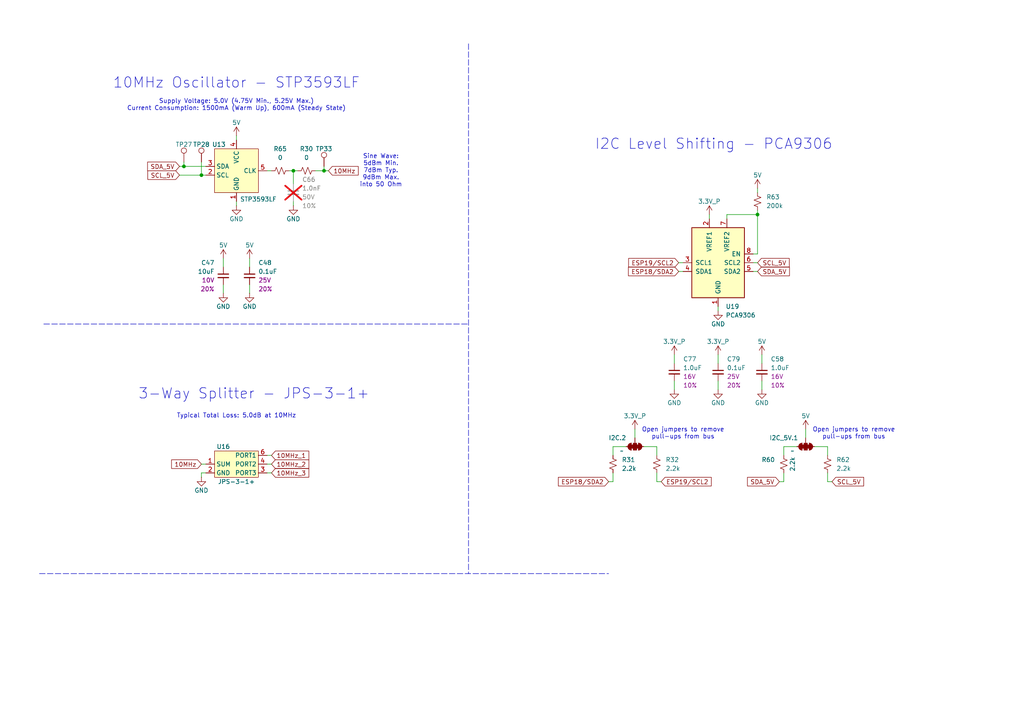
<source format=kicad_sch>
(kicad_sch (version 20231120) (generator "eeschema") (generator_version "8.0")
  (paper "A4")
  (title_block (title "Oscillator"))
  (lib_symbols
    (symbol "SparkFun-Capacitor:0.1uF_0603_25V_20%" (pin_numbers hide) (pin_names (offset 0.254))
      (property "Reference" "C" (at 0.635 2.54 0))
      (property "Value" "0.1uF" (at 0.635 -2.54 0))
      (property "Voltage" "25V" (at 0 -6.35 0))
      (property "Tolerance" "20%" (at 0 -8.89 0))
      (symbol "0.1uF_0603_25V_20%_0_1"
        (polyline (pts (xy -1.524 -0.508) (xy 1.524 -0.508)) (stroke (width 0.3302)))
        (polyline (pts (xy -1.524 0.508) (xy 1.524 0.508)) (stroke (width 0.3048)))
      )
      (symbol "0.1uF_0603_25V_20%_1_1"
        (pin passive line (at 0 2.54 270) (length 2.032) (name "~") (number "1"))
        (pin passive line (at 0 -2.54 90) (length 2.032) (name "~") (number "2"))
      )
    )
    (symbol "SparkFun-Capacitor:1.0nF_0603_50V_10%" (pin_numbers hide) (pin_names (offset 0.254))
      (property "Reference" "C" (at 0.635 2.54 0))
      (property "Value" "1.0nF" (at 0.635 -2.54 0))
      (property "Voltage" "50V" (at 0 -6.35 0))
      (property "Tolerance" "10%" (at 0 -8.89 0))
      (symbol "1.0nF_0603_50V_10%_0_1"
        (polyline (pts (xy -1.524 -0.508) (xy 1.524 -0.508)) (stroke (width 0.3302)))
        (polyline (pts (xy -1.524 0.508) (xy 1.524 0.508)) (stroke (width 0.3048)))
      )
      (symbol "1.0nF_0603_50V_10%_1_1"
        (pin passive line (at 0 2.54 270) (length 2.032) (name "~") (number "1"))
        (pin passive line (at 0 -2.54 90) (length 2.032) (name "~") (number "2"))
      )
    )
    (symbol "SparkFun-Capacitor:1.0uF_0603_16V_10%" (pin_numbers hide) (pin_names (offset 0.254))
      (property "Reference" "C" (at 0.635 2.54 0))
      (property "Value" "1.0uF" (at 0.635 -2.54 0))
      (property "Voltage" "16V" (at 0 -6.35 0))
      (property "Tolerance" "10%" (at 0 -8.89 0))
      (symbol "1.0uF_0603_16V_10%_0_1"
        (polyline (pts (xy -1.524 -0.508) (xy 1.524 -0.508)) (stroke (width 0.3302)))
        (polyline (pts (xy -1.524 0.508) (xy 1.524 0.508)) (stroke (width 0.3048)))
      )
      (symbol "1.0uF_0603_16V_10%_1_1"
        (pin passive line (at 0 2.54 270) (length 2.032) (name "~") (number "1"))
        (pin passive line (at 0 -2.54 90) (length 2.032) (name "~") (number "2"))
      )
    )
    (symbol "SparkFun-Capacitor:10uF_0603_10V_20%" (pin_numbers hide) (pin_names (offset 0.254))
      (property "Reference" "C" (at 0.635 2.54 0))
      (property "Value" "10uF" (at 0.635 -2.54 0))
      (property "Voltage" "10V" (at 0 -6.35 0))
      (property "Tolerance" "20%" (at 0 -8.89 0))
      (symbol "10uF_0603_10V_20%_0_1"
        (polyline (pts (xy -1.524 -0.508) (xy 1.524 -0.508)) (stroke (width 0.3302)))
        (polyline (pts (xy -1.524 0.508) (xy 1.524 0.508)) (stroke (width 0.3048)))
      )
      (symbol "10uF_0603_10V_20%_1_1"
        (pin passive line (at 0 2.54 270) (length 2.032) (name "~") (number "1"))
        (pin passive line (at 0 -2.54 90) (length 2.032) (name "~") (number "2"))
      )
    )
    (symbol "SparkFun-Clock:STP3593LF_OCXO_10MHz_52x42x14mm"
      (property "Reference" "U" (at -5.715 7.62 0))
      (property "Value" "STP3593LF" (at 6.35 -8.255 0))
      (symbol "STP3593LF_OCXO_10MHz_52x42x14mm_1_1"
        (rectangle (start -6.35 6.35) (end 6.35 -6.35) (fill (type background)))
        (pin power_in line (at 0 -8.89 90) (length 2.54) (name "GND") (number "1"))
        (pin bidirectional line (at -8.89 -1.27 0) (length 2.54) (name "SCL") (number "2"))
        (pin bidirectional line (at -8.89 1.27 0) (length 2.54) (name "SDA") (number "3"))
        (pin power_in line (at 0 8.89 270) (length 2.54) (name "VCC") (number "4"))
        (pin output line (at 8.89 0 180) (length 2.54) (name "CLK") (number "5"))
      )
    )
    (symbol "SparkFun-Connector:TestPoint_PTH" (pin_numbers hide) (pin_names (offset 0.762) hide)
      (property "Reference" "TP" (at 0 5.08 0))
      (symbol "TestPoint_PTH_0_1"
        (circle (center 0 3.302) (radius 0.762))
      )
      (symbol "TestPoint_PTH_1_1"
        (pin passive line (at 0 0 90) (length 2.54) (name "1") (number "1"))
      )
    )
    (symbol "SparkFun-IC-Special-Function:PCA9306" (pin_names (offset 1.016))
      (property "Reference" "U" (at -7.62 11.43 0))
      (property "Value" "PCA9306" (at 5.08 11.43 0))
      (symbol "PCA9306_0_1"
        (rectangle (start -7.62 10.16) (end 7.62 -10.16) (stroke (width 0.254)) (fill (type background)))
      )
      (symbol "PCA9306_1_1"
        (pin power_in line (at 0 -12.7 90) (length 2.54) (name "GND") (number "1"))
        (pin power_in line (at -2.54 12.7 270) (length 2.54) (name "VREF1") (number "2"))
        (pin bidirectional line (at -10.16 0 0) (length 2.54) (name "SCL1") (number "3"))
        (pin bidirectional line (at -10.16 -2.54 0) (length 2.54) (name "SDA1") (number "4"))
        (pin bidirectional line (at 10.16 -2.54 180) (length 2.54) (name "SDA2") (number "5"))
        (pin bidirectional line (at 10.16 0 180) (length 2.54) (name "SCL2") (number "6"))
        (pin power_in line (at 2.54 12.7 270) (length 2.54) (name "VREF2") (number "7"))
        (pin input line (at 10.16 2.54 180) (length 2.54) (name "EN") (number "8"))
      )
    )
    (symbol "SparkFun-Jumper:SolderJumper_3_Bridged123" (pin_numbers hide) (pin_names (offset 0) hide)
      (property "Reference" "JP" (at 0 2.54 0))
      (property "Value" "~" (at 3.81 1.27 0))
      (symbol "SolderJumper_3_Bridged123_0_1"
        (rectangle (start -1.016 0.508) (end -0.508 -0.508) (fill (type outline)))
        (arc (start -1.016 1.016) (mid -2.0276 0) (end -1.016 -1.016))
        (arc (start -1.016 1.016) (mid -2.0276 0) (end -1.016 -1.016) (fill (type outline)))
        (rectangle (start -0.508 1.016) (end 0.508 -1.016) (fill (type outline)))
        (polyline (pts (xy -2.54 0) (xy -2.032 0)))
        (polyline (pts (xy -1.016 1.016) (xy -1.016 -1.016)))
        (polyline (pts (xy 0 -1.27) (xy 0 -1.016)))
        (polyline (pts (xy 1.016 1.016) (xy 1.016 -1.016)))
        (polyline (pts (xy 2.54 0) (xy 2.032 0)))
        (rectangle (start 0.508 0.508) (end 1.016 -0.508) (fill (type outline)))
        (arc (start 1.016 -1.016) (mid 2.0276 0) (end 1.016 1.016))
        (arc (start 1.016 -1.016) (mid 2.0276 0) (end 1.016 1.016) (fill (type outline)))
      )
      (symbol "SolderJumper_3_Bridged123_1_1"
        (pin passive line (at -2.54 0 0) (length 1.27) (name "A") (number "1"))
        (pin passive line (at 0 -2.54 90) (length 1.27) (name "B") (number "2"))
        (pin passive line (at 2.54 0 180) (length 1.27) (name "C") (number "3"))
      )
    )
    (symbol "SparkFun-PowerSymbol:3.3V_P" (power) (pin_names (offset 0))
      (property "Value" "3.3V_P" (at 0 3.81 0))
      (symbol "3.3V_P_0_1"
        (polyline (pts (xy 0 0) (xy 0 2.54)))
        (polyline (pts (xy 0 2.54) (xy 0.762 1.27)))
      )
      (symbol "3.3V_P_1_1"
        (polyline (pts (xy -0.762 1.27) (xy 0 2.54)))
        (pin power_in line (at 0 0 90) (length 0) hide (name "3.3V_P") (number "1"))
      )
    )
    (symbol "SparkFun-PowerSymbol:5V" (power) (pin_names (offset 0))
      (property "Value" "5V" (at 0 3.81 0))
      (symbol "5V_0_1"
        (polyline (pts (xy -0.762 1.27) (xy 0 2.54)))
        (polyline (pts (xy 0 0) (xy 0 2.54)))
        (polyline (pts (xy 0 2.54) (xy 0.762 1.27)))
      )
      (symbol "5V_1_1"
        (pin power_in line (at 0 0 90) (length 0) hide (name "5V") (number "1"))
      )
    )
    (symbol "SparkFun-PowerSymbol:GND" (power) (pin_names (offset 0))
      (property "Value" "GND" (at 0 -3.81 0))
      (symbol "GND_0_1"
        (polyline (pts (xy 0 0) (xy 0 -1.27) (xy 1.27 -1.27) (xy 0 -2.54) (xy -1.27 -1.27) (xy 0 -1.27)))
      )
      (symbol "GND_1_1"
        (pin power_in line (at 0 0 270) (length 0) hide (name "GND") (number "1"))
      )
    )
    (symbol "SparkFun-RF:Power_Splitter_JPS-3-1+"
      (property "Reference" "U" (at -5.715 5.08 0))
      (property "Value" "JPS-3-1+" (at 0 -5.08 0))
      (symbol "Power_Splitter_JPS-3-1+_1_1"
        (rectangle (start -6.35 3.81) (end 6.35 -3.81) (fill (type background)))
        (pin passive line (at -8.89 0 0) (length 2.54) (name "SUM") (number "1"))
        (pin power_in line (at -8.89 -2.54 0) (length 2.54) (name "GND") (number "2"))
        (pin passive line (at 8.89 -2.54 180) (length 2.54) (name "PORT3") (number "3"))
        (pin passive line (at 8.89 0 180) (length 2.54) (name "PORT2") (number "4"))
        (pin power_in line (at -8.89 -2.54 0) (length 2.54) hide (name "GND") (number "5"))
        (pin passive line (at 8.89 2.54 180) (length 2.54) (name "PORT1") (number "6"))
      )
    )
    (symbol "SparkFun-Resistor:0_0603" (pin_numbers hide) (pin_names (offset 0))
      (property "Reference" "R" (at 0 -2.54 0))
      (property "Value" "0" (at 0 2.54 0))
      (symbol "0_0603_0_1"
        (polyline (pts (xy -1.524 0) (xy -1.143 1.016) (xy -0.762 0) (xy -0.381 -1.016) (xy 0 0)))
        (polyline (pts (xy 0 0) (xy 0.381 1.016) (xy 0.762 0) (xy 1.143 -1.016) (xy 1.524 0)))
      )
      (symbol "0_0603_1_1"
        (pin passive line (at -2.54 0 0) (length 1.016) (name "~") (number "1"))
        (pin passive line (at 2.54 0 180) (length 1.016) (name "~") (number "2"))
      )
    )
    (symbol "SparkFun-Resistor:2.2k_0603" (pin_numbers hide) (pin_names (offset 0))
      (property "Reference" "R" (at 0 -2.54 0))
      (property "Value" "2.2k" (at 0 2.54 0))
      (symbol "2.2k_0603_0_1"
        (polyline (pts (xy -1.524 0) (xy -1.143 1.016) (xy -0.762 0) (xy -0.381 -1.016) (xy 0 0)))
        (polyline (pts (xy 0 0) (xy 0.381 1.016) (xy 0.762 0) (xy 1.143 -1.016) (xy 1.524 0)))
      )
      (symbol "2.2k_0603_1_1"
        (pin passive line (at -2.54 0 0) (length 1.016) (name "~") (number "1"))
        (pin passive line (at 2.54 0 180) (length 1.016) (name "~") (number "2"))
      )
    )
    (symbol "SparkFun-Resistor:200k_0603" (pin_numbers hide) (pin_names (offset 0))
      (property "Reference" "R" (at 0 -2.54 0))
      (property "Value" "200k" (at 0 2.54 0))
      (symbol "200k_0603_0_1"
        (polyline (pts (xy -1.524 0) (xy -1.143 1.016) (xy -0.762 0) (xy -0.381 -1.016) (xy 0 0)))
        (polyline (pts (xy 0 0) (xy 0.381 1.016) (xy 0.762 0) (xy 1.143 -1.016) (xy 1.524 0)))
      )
      (symbol "200k_0603_1_1"
        (pin passive line (at -2.54 0 0) (length 1.016) (name "~") (number "1"))
        (pin passive line (at 2.54 0 180) (length 1.016) (name "~") (number "2"))
      )
    )
    (symbol "power:GND" (power) (pin_numbers hide) (pin_names (offset 0) hide)
      (property "Value" "GND" (at 0 -3.81 0))
      (symbol "GND_0_1"
        (polyline (pts (xy 0 0) (xy 0 -1.27) (xy 1.27 -1.27) (xy 0 -2.54) (xy -1.27 -1.27) (xy 0 -1.27)))
      )
      (symbol "GND_1_1"
        (pin power_in line (at 0 0 270) (length 0) (name "~") (number "1"))
      )
    )
  )
  (junction (at 53.34 48.26))
  (junction (at 58.42 50.8))
  (junction (at 219.71 62.23))
  (junction (at 93.98 49.53))
  (junction (at 85.09 49.53))
  (wire (pts (xy 196.85 76.2) (xy 198.12 76.2)))
  (wire (pts (xy 227.33 139.7) (xy 227.33 137.16)))
  (wire (pts (xy 218.44 73.66) (xy 219.71 73.66)))
  (wire (pts (xy 77.47 132.08) (xy 78.74 132.08)))
  (wire (pts (xy 205.74 62.23) (xy 205.74 63.5)))
  (wire (pts (xy 236.22 129.54) (xy 240.03 129.54)))
  (wire (pts (xy 184.15 124.46) (xy 184.15 127)))
  (wire (pts (xy 210.82 62.23) (xy 219.71 62.23)))
  (wire (pts (xy 208.28 88.9) (xy 208.28 90.17)))
  (wire (pts (xy 186.69 129.54) (xy 190.5 129.54)))
  (wire (pts (xy 219.71 62.23) (xy 219.71 73.66)))
  (wire (pts (xy 72.39 85.09) (xy 72.39 82.55)))
  (wire (pts (xy 77.47 137.16) (xy 78.74 137.16)))
  (wire (pts (xy 220.98 110.49) (xy 220.98 113.03)))
  (wire (pts (xy 233.68 124.46) (xy 233.68 127)))
  (wire (pts (xy 68.58 58.42) (xy 68.58 59.69)))
  (wire (pts (xy 240.03 132.08) (xy 240.03 129.54)))
  (polyline (pts (xy 135.89 12.7) (xy 135.89 166.37)) (stroke (width 0) (type dash)))
  (wire (pts (xy 52.07 48.26) (xy 53.34 48.26)))
  (wire (pts (xy 195.58 102.87) (xy 195.58 105.41)))
  (wire (pts (xy 219.71 60.96) (xy 219.71 62.23)))
  (wire (pts (xy 210.82 63.5) (xy 210.82 62.23)))
  (wire (pts (xy 58.42 137.16) (xy 58.42 138.43)))
  (wire (pts (xy 195.58 110.49) (xy 195.58 113.03)))
  (wire (pts (xy 177.8 129.54) (xy 181.61 129.54)))
  (wire (pts (xy 176.53 139.7) (xy 177.8 139.7)))
  (wire (pts (xy 83.82 49.53) (xy 85.09 49.53)))
  (polyline (pts (xy 12.7 93.98) (xy 135.89 93.98)) (stroke (width 0) (type dash)))
  (wire (pts (xy 196.85 78.74) (xy 198.12 78.74)))
  (wire (pts (xy 91.44 49.53) (xy 93.98 49.53)))
  (wire (pts (xy 72.39 77.47) (xy 72.39 74.93)))
  (wire (pts (xy 218.44 76.2) (xy 219.71 76.2)))
  (wire (pts (xy 241.3 139.7) (xy 240.03 139.7)))
  (wire (pts (xy 77.47 49.53) (xy 78.74 49.53)))
  (wire (pts (xy 240.03 137.16) (xy 240.03 139.7)))
  (wire (pts (xy 177.8 137.16) (xy 177.8 139.7)))
  (wire (pts (xy 93.98 48.26) (xy 93.98 49.53)))
  (wire (pts (xy 59.69 137.16) (xy 58.42 137.16)))
  (wire (pts (xy 190.5 132.08) (xy 190.5 129.54)))
  (wire (pts (xy 227.33 129.54) (xy 231.14 129.54)))
  (wire (pts (xy 208.28 110.49) (xy 208.28 113.03)))
  (wire (pts (xy 191.77 139.7) (xy 190.5 139.7)))
  (wire (pts (xy 226.06 139.7) (xy 227.33 139.7)))
  (wire (pts (xy 177.8 132.08) (xy 177.8 129.54)))
  (wire (pts (xy 53.34 48.26) (xy 59.69 48.26)))
  (wire (pts (xy 227.33 132.08) (xy 227.33 129.54)))
  (wire (pts (xy 64.77 82.55) (xy 64.77 85.09)))
  (wire (pts (xy 93.98 49.53) (xy 95.25 49.53)))
  (wire (pts (xy 85.09 58.42) (xy 85.09 59.69)))
  (wire (pts (xy 220.98 102.87) (xy 220.98 105.41)))
  (wire (pts (xy 77.47 134.62) (xy 78.74 134.62)))
  (wire (pts (xy 85.09 49.53) (xy 86.36 49.53)))
  (wire (pts (xy 68.58 39.37) (xy 68.58 40.64)))
  (wire (pts (xy 190.5 137.16) (xy 190.5 139.7)))
  (wire (pts (xy 219.71 54.61) (xy 219.71 55.88)))
  (wire (pts (xy 218.44 78.74) (xy 219.71 78.74)))
  (wire (pts (xy 58.42 50.8) (xy 59.69 50.8)))
  (polyline (pts (xy 11.43 166.37) (xy 176.53 166.37)) (stroke (width 0) (type dash)))
  (wire (pts (xy 208.28 102.87) (xy 208.28 105.41)))
  (wire (pts (xy 58.42 46.99) (xy 58.42 50.8)))
  (wire (pts (xy 58.42 134.62) (xy 59.69 134.62)))
  (wire (pts (xy 85.09 49.53) (xy 85.09 53.34)))
  (wire (pts (xy 64.77 74.93) (xy 64.77 77.47)))
  (wire (pts (xy 53.34 46.99) (xy 53.34 48.26)))
  (wire (pts (xy 52.07 50.8) (xy 58.42 50.8)))
  (text "Open jumpers to remove\npull-ups from bus" (at 198.12 125.73 0) (effects (font (size 1.27 1.27))))
  (text "Typical Total Loss: 5.0dB at 10MHz" (at 68.58 120.65 0) (effects (font (size 1.27 1.27))))
  (text "Open jumpers to remove\npull-ups from bus" (at 247.65 125.73 0) (effects (font (size 1.27 1.27))))
  (text "Supply Voltage: 5.0V (4.75V Min., 5.25V Max.)\nCurrent Consumption: 1500mA (Warm Up), 600mA (Steady State)" (at 68.58 30.48 0) (effects (font (size 1.27 1.27))))
  (text "10MHz Oscillator - STP3593LF" (at 68.58 24.13 0) (effects (font (size 3 3))))
  (text "3-Way Splitter - JPS-3-1+" (at 73.66 114.3 0) (effects (font (size 3 3))))
  (text "Sine Wave:\n5dBm Min.\n7dBm Typ.\n9dBm Max.\ninto 50 Ohm" (at 110.49 49.53 0) (effects (font (size 1.27 1.27))))
  (text "I2C Level Shifting - PCA9306" (at 207.01 41.91 0) (effects (font (size 3 3))))
  (global_label "ESP18{slash}SDA2" (shape input) (at 176.53 139.7 180) (property "Intersheetrefs" "${INTERSHEET_REFS}" (effects (hide yes))))
  (global_label "ESP18{slash}SDA2" (shape input) (at 196.85 78.74 180) (property "Intersheetrefs" "${INTERSHEET_REFS}" (effects (hide yes))))
  (global_label "10MHz" (shape input) (at 58.42 134.62 180) (property "Intersheetrefs" "${INTERSHEET_REFS}" (effects (hide yes))))
  (global_label "ESP19{slash}SCL2" (shape input) (at 196.85 76.2 180) (property "Intersheetrefs" "${INTERSHEET_REFS}" (effects (hide yes))))
  (global_label "ESP19{slash}SCL2" (shape input) (at 191.77 139.7 0) (property "Intersheetrefs" "${INTERSHEET_REFS}" (effects (hide yes))))
  (global_label "SDA_5V" (shape input) (at 219.71 78.74 0) (property "Intersheetrefs" "${INTERSHEET_REFS}" (effects (hide yes))))
  (global_label "10MHz_1" (shape input) (at 78.74 132.08 0) (property "Intersheetrefs" "${INTERSHEET_REFS}" (effects (hide yes))))
  (global_label "SCL_5V" (shape input) (at 52.07 50.8 180) (property "Intersheetrefs" "${INTERSHEET_REFS}" (effects (hide yes))))
  (global_label "SDA_5V" (shape input) (at 52.07 48.26 180) (property "Intersheetrefs" "${INTERSHEET_REFS}" (effects (hide yes))))
  (global_label "10MHz_3" (shape input) (at 78.74 137.16 0) (property "Intersheetrefs" "${INTERSHEET_REFS}" (effects (hide yes))))
  (global_label "SDA_5V" (shape input) (at 226.06 139.7 180) (property "Intersheetrefs" "${INTERSHEET_REFS}" (effects (hide yes))))
  (global_label "SCL_5V" (shape input) (at 241.3 139.7 0) (property "Intersheetrefs" "${INTERSHEET_REFS}" (effects (hide yes))))
  (global_label "10MHz" (shape input) (at 95.25 49.53 0) (property "Intersheetrefs" "${INTERSHEET_REFS}" (effects (hide yes))))
  (global_label "SCL_5V" (shape input) (at 219.71 76.2 0) (property "Intersheetrefs" "${INTERSHEET_REFS}" (effects (hide yes))))
  (global_label "10MHz_2" (shape input) (at 78.74 134.62 0) (property "Intersheetrefs" "${INTERSHEET_REFS}" (effects (hide yes))))
  (symbol (lib_id "SparkFun-Capacitor:0.1uF_0603_25V_20%") (at 208.28 107.95 0) (unit 1)
    (property "Reference" "C79" (at 210.82 104.1462 0) (effects (justify left)))
    (property "Value" "0.1uF" (at 210.82 106.6862 0) (effects (justify left)))
    (property "Footprint" "SparkFun-Capacitor:C_0603_1608Metric" (effects (hide yes)))
    (property "Datasheet" "https://cdn.sparkfun.com/assets/8/a/4/a/5/Kemet_Capacitor_Datasheet.pdf" (effects (hide yes)))
    (property "Description" "Unpolarized capacitor" (effects (hide yes)))
    (property "PROD_ID" "CAP-00810" (effects (hide yes)))
    (property "Voltage" "25V" (at 210.82 109.2262 0) (effects (justify left)))
    (property "Tolerance" "20%" (at 210.82 111.7662 0) (effects (justify left)))
  )
  (symbol (lib_id "SparkFun-Capacitor:1.0nF_0603_50V_10%") (at 85.09 55.88 0) (unit 1) (dnp yes)
    (property "Reference" "C66" (at 87.63 52.0762 0) (effects (justify left)))
    (property "Value" "1.0nF" (at 87.63 54.6162 0) (effects (justify left)))
    (property "Footprint" "SparkFun-Capacitor:C_0603_1608Metric" (effects (hide yes)))
    (property "Datasheet" "https://cdn.sparkfun.com/assets/8/a/4/a/5/Kemet_Capacitor_Datasheet.pdf" (effects (hide yes)))
    (property "Description" "Unpolarized capacitor" (effects (hide yes)))
    (property "PROD_ID" "CAP-07886" (effects (hide yes)))
    (property "Voltage" "50V" (at 87.63 57.1562 0) (effects (justify left)))
    (property "Tolerance" "10%" (at 87.63 59.6962 0) (effects (justify left)))
  )
  (symbol (lib_id "SparkFun-Connector:TestPoint_PTH") (at 93.98 48.26 0) (unit 1)
    (property "Reference" "TP33" (at 93.98 43.18 0))
    (property "Value" "PTH" (effects (hide yes)))
    (property "Footprint" "SparkFun-Connector:1x01" (effects (hide yes)))
    (property "Description" "Test Point" (effects (hide yes)))
  )
  (symbol (lib_id "SparkFun-Clock:STP3593LF_OCXO_10MHz_52x42x14mm") (at 68.58 49.53 0) (unit 1)
    (property "Reference" "U13" (at 63.5 41.91 0))
    (property "Value" "STP3593LF" (at 74.93 57.785 0))
    (property "Footprint" "SparkFun-Clock:OCXO_PTH_51.3x41.3x14.2mm" (effects (hide yes)))
    (property "Datasheet" "https://www.rakon.com/hubfs/Files/Product%20datasheets/OCXO-OCSO/OCXO%20ROX5242T1.pdf" (effects (hide yes)))
    (property "Description" "The STP3593LF is a precision double-oven OCXO offering ±0.05 ppb stability from -32°C to 70°C." (effects (hide yes)))
    (property "PROD_ID" "XTAL-24346" (effects (hide yes)))
  )
  (symbol (lib_id "SparkFun-Capacitor:10uF_0603_10V_20%") (at 64.77 80.01 0) (mirror y) (unit 1)
    (property "Reference" "C47" (at 62.23 76.2062 0) (effects (justify left)))
    (property "Value" "10uF" (at 62.23 78.7462 0) (effects (justify left)))
    (property "Footprint" "SparkFun-Capacitor:C_0603_1608Metric" (effects (hide yes)))
    (property "Datasheet" "https://cdn.sparkfun.com/assets/8/a/4/a/5/Kemet_Capacitor_Datasheet.pdf" (effects (hide yes)))
    (property "Description" "Unpolarized capacitor" (effects (hide yes)))
    (property "PROD_ID" "CAP-20155" (effects (hide yes)))
    (property "Voltage" "10V" (at 62.23 81.2862 0) (effects (justify left)))
    (property "Tolerance" "20%" (at 62.23 83.8262 0) (effects (justify left)))
  )
  (symbol (lib_id "power:GND") (at 64.77 85.09 0) (unit 1)
    (property "Reference" "#PWR0178" (effects (hide yes)))
    (property "Value" "GND" (at 64.77 88.9 0))
    (property "Description" "Power symbol creates a global label with name \"GND\" , ground" (effects (hide yes)))
  )
  (symbol (lib_id "SparkFun-IC-Special-Function:PCA9306") (at 208.28 76.2 0) (unit 1)
    (property "Reference" "U19" (at 210.4741 88.9 0) (effects (justify left)))
    (property "Value" "PCA9306" (at 210.4741 91.44 0) (effects (justify left)))
    (property "Footprint" "SparkFun-Semiconductor-Standard:VSSOP8_SOT765-1" (effects (hide yes)))
    (property "Datasheet" "http://www.ti.com/lit/ds/symlink/pca9306.pdf" (effects (hide yes)))
    (property "Description" "Dual bidirectional I2C Bus and SMBus voltage level translator" (effects (hide yes)))
    (property "PROD_ID" "IC-14450" (effects (hide yes)))
  )
  (symbol (lib_id "SparkFun-PowerSymbol:GND") (at 195.58 113.03 0) (unit 1)
    (property "Reference" "#PWR0276" (effects (hide yes)))
    (property "Value" "GND" (at 195.58 116.84 0))
    (property "Description" "Power symbol creates a global label with name \"GND\" , ground" (effects (hide yes)))
  )
  (symbol (lib_id "SparkFun-Resistor:0_0603") (at 81.28 49.53 0) (unit 1)
    (property "Reference" "R65" (at 81.28 43.18 0))
    (property "Value" "0" (at 81.28 45.72 0))
    (property "Footprint" "SparkFun-Resistor:R_0603_1608Metric" (effects (hide yes)))
    (property "Datasheet" "https://industrial.panasonic.com/cdbs/www-data/pdf/RDN0000/AOA0000C313.pdf" (effects (hide yes)))
    (property "Description" "Resistor" (effects (hide yes)))
    (property "PROD_ID" "RES-08609" (effects (hide yes)))
  )
  (symbol (lib_id "power:GND") (at 85.09 59.69 0) (unit 1)
    (property "Reference" "#PWR0281" (effects (hide yes)))
    (property "Value" "GND" (at 85.09 63.5 0))
    (property "Description" "Power symbol creates a global label with name \"GND\" , ground" (effects (hide yes)))
  )
  (symbol (lib_id "SparkFun-RF:Power_Splitter_JPS-3-1+") (at 68.58 134.62 0) (unit 1)
    (property "Reference" "U16" (at 64.77 129.54 0))
    (property "Value" "JPS-3-1+" (at 68.58 139.7 0))
    (property "Footprint" "SparkFun-RF:Mini-Circuits_BH292" (effects (hide yes)))
    (property "Datasheet" "https://www.minicircuits.com/pdfs/JPS-3-1+.pdf" (effects (hide yes)))
    (property "Description" "Power splitter / combiner 3-Way 50Ohm 5 to 300MHz" (effects (hide yes)))
    (property "PROD_ID" "COMP-24906" (effects (hide yes)))
  )
  (symbol (lib_id "SparkFun-Resistor:2.2k_0603") (at 177.8 134.62 90) (unit 1)
    (property "Reference" "R31" (at 180.34 133.3499 90) (effects (justify right)))
    (property "Value" "2.2k" (at 180.34 135.8899 90) (effects (justify right)))
    (property "Footprint" "SparkFun-Resistor:R_0603_1608Metric" (effects (hide yes)))
    (property "Datasheet" "https://www.vishay.com/docs/20035/dcrcwe3.pdf" (effects (hide yes)))
    (property "Description" "Resistor" (effects (hide yes)))
    (property "PROD_ID" "RES-08272" (effects (hide yes)))
  )
  (symbol (lib_id "SparkFun-PowerSymbol:GND") (at 208.28 113.03 0) (unit 1)
    (property "Reference" "#PWR0280" (effects (hide yes)))
    (property "Value" "GND" (at 208.28 116.84 0))
    (property "Description" "Power symbol creates a global label with name \"GND\" , ground" (effects (hide yes)))
  )
  (symbol (lib_id "SparkFun-Connector:TestPoint_PTH") (at 58.42 46.99 0) (unit 1)
    (property "Reference" "TP28" (at 58.42 41.91 0))
    (property "Value" "PTH" (effects (hide yes)))
    (property "Footprint" "SparkFun-Connector:1x01" (effects (hide yes)))
    (property "Description" "Test Point" (effects (hide yes)))
  )
  (symbol (lib_id "power:GND") (at 72.39 85.09 0) (unit 1)
    (property "Reference" "#PWR0198" (effects (hide yes)))
    (property "Value" "GND" (at 72.39 88.9 0))
    (property "Description" "Power symbol creates a global label with name \"GND\" , ground" (effects (hide yes)))
  )
  (symbol (lib_id "SparkFun-PowerSymbol:5V") (at 220.98 102.87 0) (unit 1)
    (property "Reference" "#PWR0273" (effects (hide yes)))
    (property "Value" "5V" (at 220.98 99.06 0))
    (property "Description" "Power symbol creates a global label with name \"5V\"" (effects (hide yes)))
  )
  (symbol (lib_id "SparkFun-Resistor:2.2k_0603") (at 240.03 134.62 270) (unit 1)
    (property "Reference" "R62" (at 242.57 133.3499 90) (effects (justify left)))
    (property "Value" "2.2k" (at 242.57 135.8899 90) (effects (justify left)))
    (property "Footprint" "SparkFun-Resistor:R_0603_1608Metric" (effects (hide yes)))
    (property "Datasheet" "https://www.vishay.com/docs/20035/dcrcwe3.pdf" (effects (hide yes)))
    (property "Description" "Resistor" (effects (hide yes)))
    (property "PROD_ID" "RES-08272" (effects (hide yes)))
  )
  (symbol (lib_id "SparkFun-Capacitor:1.0uF_0603_16V_10%") (at 195.58 107.95 0) (unit 1)
    (property "Reference" "C77" (at 198.12 104.1462 0) (effects (justify left)))
    (property "Value" "1.0uF" (at 198.12 106.6862 0) (effects (justify left)))
    (property "Footprint" "SparkFun-Capacitor:C_0603_1608Metric" (effects (hide yes)))
    (property "Datasheet" "https://cdn.sparkfun.com/assets/8/a/4/a/5/Kemet_Capacitor_Datasheet.pdf" (effects (hide yes)))
    (property "Description" "Unpolarized capacitor" (effects (hide yes)))
    (property "PROD_ID" "CAP-13930" (effects (hide yes)))
    (property "Voltage" "16V" (at 198.12 109.2262 0) (effects (justify left)))
    (property "Tolerance" "10%" (at 198.12 111.7662 0) (effects (justify left)))
  )
  (symbol (lib_id "SparkFun-PowerSymbol:GND") (at 220.98 113.03 0) (unit 1)
    (property "Reference" "#PWR0274" (effects (hide yes)))
    (property "Value" "GND" (at 220.98 116.84 0))
    (property "Description" "Power symbol creates a global label with name \"GND\" , ground" (effects (hide yes)))
  )
  (symbol (lib_id "SparkFun-Resistor:0_0603") (at 88.9 49.53 0) (unit 1)
    (property "Reference" "R30" (at 88.9 43.18 0))
    (property "Value" "0" (at 88.9 45.72 0))
    (property "Footprint" "SparkFun-Resistor:R_0603_1608Metric" (effects (hide yes)))
    (property "Datasheet" "https://industrial.panasonic.com/cdbs/www-data/pdf/RDN0000/AOA0000C313.pdf" (effects (hide yes)))
    (property "Description" "Resistor" (effects (hide yes)))
    (property "PROD_ID" "RES-08609" (effects (hide yes)))
  )
  (symbol (lib_id "SparkFun-PowerSymbol:5V") (at 72.39 74.93 0) (unit 1)
    (property "Reference" "#PWR0174" (effects (hide yes)))
    (property "Value" "5V" (at 72.39 71.12 0))
    (property "Description" "Power symbol creates a global label with name \"5V\"" (effects (hide yes)))
  )
  (symbol (lib_id "SparkFun-Jumper:SolderJumper_3_Bridged123") (at 184.15 129.54 180) (unit 1)
    (property "Reference" "I2C.2" (at 179.07 127 0))
    (property "Value" "~" (at 180.34 130.81 0))
    (property "Footprint" "SparkFun-Jumper:Jumper_3_NC-2_Trace" (effects (hide yes)))
    (property "Description" "Solder Jumper, 3-pole, pins 1+2+3 closed/bridged" (effects (hide yes)))
  )
  (symbol (lib_id "SparkFun-PowerSymbol:5V") (at 233.68 124.46 0) (unit 1)
    (property "Reference" "#PWR0269" (effects (hide yes)))
    (property "Value" "5V" (at 233.68 120.65 0))
    (property "Description" "Power symbol creates a global label with name \"5V\"" (effects (hide yes)))
  )
  (symbol (lib_id "SparkFun-Capacitor:0.1uF_0603_25V_20%") (at 72.39 80.01 0) (unit 1)
    (property "Reference" "C48" (at 74.93 76.2062 0) (effects (justify left)))
    (property "Value" "0.1uF" (at 74.93 78.7462 0) (effects (justify left)))
    (property "Footprint" "SparkFun-Capacitor:C_0603_1608Metric" (effects (hide yes)))
    (property "Datasheet" "https://cdn.sparkfun.com/assets/8/a/4/a/5/Kemet_Capacitor_Datasheet.pdf" (effects (hide yes)))
    (property "Description" "Unpolarized capacitor" (effects (hide yes)))
    (property "PROD_ID" "CAP-00810" (effects (hide yes)))
    (property "Voltage" "25V" (at 74.93 81.2862 0) (effects (justify left)))
    (property "Tolerance" "20%" (at 74.93 83.8262 0) (effects (justify left)))
  )
  (symbol (lib_id "SparkFun-Resistor:2.2k_0603") (at 190.5 134.62 90) (unit 1)
    (property "Reference" "R32" (at 193.04 133.3499 90) (effects (justify right)))
    (property "Value" "2.2k" (at 193.04 135.8899 90) (effects (justify right)))
    (property "Footprint" "SparkFun-Resistor:R_0603_1608Metric" (effects (hide yes)))
    (property "Datasheet" "https://www.vishay.com/docs/20035/dcrcwe3.pdf" (effects (hide yes)))
    (property "Description" "Resistor" (effects (hide yes)))
    (property "PROD_ID" "RES-08272" (effects (hide yes)))
  )
  (symbol (lib_id "SparkFun-PowerSymbol:3.3V_P") (at 195.58 102.87 0) (unit 1)
    (property "Reference" "#PWR0275" (effects (hide yes)))
    (property "Value" "3.3V_P" (at 195.58 99.06 0))
    (property "Description" "Power symbol creates a global label with name \"3.3V_P\"" (effects (hide yes)))
  )
  (symbol (lib_id "SparkFun-Resistor:200k_0603") (at 219.71 58.42 270) (unit 1)
    (property "Reference" "R63" (at 222.25 57.1499 90) (effects (justify left)))
    (property "Value" "200k" (at 222.25 59.6899 90) (effects (justify left)))
    (property "Footprint" "SparkFun-Resistor:R_0603_1608Metric" (effects (hide yes)))
    (property "Datasheet" "https://www.vishay.com/docs/20035/dcrcwe3.pdf" (effects (hide yes)))
    (property "Description" "Resistor" (effects (hide yes)))
    (property "PROD_ID" "RES-09385" (effects (hide yes)))
  )
  (symbol (lib_id "SparkFun-PowerSymbol:3.3V_P") (at 208.28 102.87 0) (unit 1)
    (property "Reference" "#PWR0279" (effects (hide yes)))
    (property "Value" "3.3V_P" (at 208.28 99.06 0))
    (property "Description" "Power symbol creates a global label with name \"3.3V_P\"" (effects (hide yes)))
  )
  (symbol (lib_id "SparkFun-Jumper:SolderJumper_3_Bridged123") (at 233.68 129.54 180) (unit 1)
    (property "Reference" "I2C_5V.1" (at 227.33 127 0))
    (property "Value" "~" (at 229.87 130.81 0))
    (property "Footprint" "SparkFun-Jumper:Jumper_3_NC-2_Trace" (effects (hide yes)))
    (property "Description" "Solder Jumper, 3-pole, pins 1+2+3 closed/bridged" (effects (hide yes)))
  )
  (symbol (lib_id "power:GND") (at 68.58 59.69 0) (unit 1)
    (property "Reference" "#PWR0176" (effects (hide yes)))
    (property "Value" "GND" (at 68.58 63.5 0))
    (property "Description" "Power symbol creates a global label with name \"GND\" , ground" (effects (hide yes)))
  )
  (symbol (lib_id "SparkFun-PowerSymbol:5V") (at 68.58 39.37 0) (unit 1)
    (property "Reference" "#PWR0177" (effects (hide yes)))
    (property "Value" "5V" (at 68.58 35.56 0))
    (property "Description" "Power symbol creates a global label with name \"5V\"" (effects (hide yes)))
  )
  (symbol (lib_id "SparkFun-Resistor:2.2k_0603") (at 227.33 134.62 270) (unit 1)
    (property "Reference" "R60" (at 224.79 133.3499 90) (effects (justify right)))
    (property "Value" "2.2k" (at 229.87 134.62 0))
    (property "Footprint" "SparkFun-Resistor:R_0603_1608Metric" (effects (hide yes)))
    (property "Datasheet" "https://www.vishay.com/docs/20035/dcrcwe3.pdf" (effects (hide yes)))
    (property "Description" "Resistor" (effects (hide yes)))
    (property "PROD_ID" "RES-08272" (effects (hide yes)))
  )
  (symbol (lib_id "SparkFun-Connector:TestPoint_PTH") (at 53.34 46.99 0) (unit 1)
    (property "Reference" "TP27" (at 53.34 41.91 0))
    (property "Value" "PTH" (effects (hide yes)))
    (property "Footprint" "SparkFun-Connector:1x01" (effects (hide yes)))
    (property "Description" "Test Point" (effects (hide yes)))
  )
  (symbol (lib_id "SparkFun-Capacitor:1.0uF_0603_16V_10%") (at 220.98 107.95 0) (unit 1)
    (property "Reference" "C58" (at 223.52 104.1462 0) (effects (justify left)))
    (property "Value" "1.0uF" (at 223.52 106.6862 0) (effects (justify left)))
    (property "Footprint" "SparkFun-Capacitor:C_0603_1608Metric" (effects (hide yes)))
    (property "Datasheet" "https://cdn.sparkfun.com/assets/8/a/4/a/5/Kemet_Capacitor_Datasheet.pdf" (effects (hide yes)))
    (property "Description" "Unpolarized capacitor" (effects (hide yes)))
    (property "PROD_ID" "CAP-13930" (effects (hide yes)))
    (property "Voltage" "16V" (at 223.52 109.2262 0) (effects (justify left)))
    (property "Tolerance" "10%" (at 223.52 111.7662 0) (effects (justify left)))
  )
  (symbol (lib_id "SparkFun-PowerSymbol:5V") (at 64.77 74.93 0) (unit 1)
    (property "Reference" "#PWR0173" (effects (hide yes)))
    (property "Value" "5V" (at 64.77 71.12 0))
    (property "Description" "Power symbol creates a global label with name \"5V\"" (effects (hide yes)))
  )
  (symbol (lib_id "SparkFun-PowerSymbol:5V") (at 219.71 54.61 0) (unit 1)
    (property "Reference" "#PWR0272" (effects (hide yes)))
    (property "Value" "5V" (at 219.71 50.8 0))
    (property "Description" "Power symbol creates a global label with name \"5V\"" (effects (hide yes)))
  )
  (symbol (lib_id "power:GND") (at 58.42 138.43 0) (unit 1)
    (property "Reference" "#PWR0191" (effects (hide yes)))
    (property "Value" "GND" (at 58.42 142.24 0))
    (property "Description" "Power symbol creates a global label with name \"GND\" , ground" (effects (hide yes)))
  )
  (symbol (lib_id "SparkFun-PowerSymbol:GND") (at 208.28 90.17 0) (unit 1)
    (property "Reference" "#PWR0271" (effects (hide yes)))
    (property "Value" "GND" (at 208.28 93.98 0))
    (property "Description" "Power symbol creates a global label with name \"GND\" , ground" (effects (hide yes)))
  )
  (symbol (lib_id "SparkFun-PowerSymbol:3.3V_P") (at 184.15 124.46 0) (unit 1)
    (property "Reference" "#PWR0168" (effects (hide yes)))
    (property "Value" "3.3V_P" (at 184.15 120.65 0))
    (property "Description" "Power symbol creates a global label with name \"3.3V_P\"" (effects (hide yes)))
  )
  (symbol (lib_id "SparkFun-PowerSymbol:3.3V_P") (at 205.74 62.23 0) (unit 1)
    (property "Reference" "#PWR0270" (effects (hide yes)))
    (property "Value" "3.3V_P" (at 205.74 58.42 0))
    (property "Description" "Power symbol creates a global label with name \"3.3V_P\"" (effects (hide yes)))
  )
)
</source>
